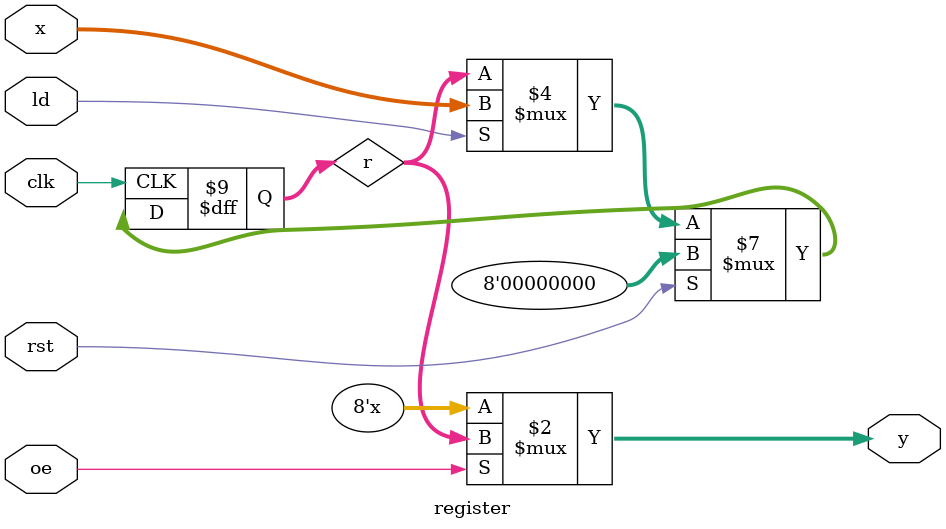
<source format=sv>
module register(
  input logic clk, rst, ld, oe,
  input tri[DATA_WIDTH-1:0] x,
  output tri[DATA_WIDTH-1:0] y
);
  parameter DATA_WIDTH = 8;
  logic[DATA_WIDTH-1:0] r;
  initial begin
    r = 0;
  end
  always @(posedge clk)
    if (rst)
      r <= 0;
    else if (ld)
      r <= x;
  assign y = oe ? r : {DATA_WIDTH{1'bz}};
endmodule
</source>
